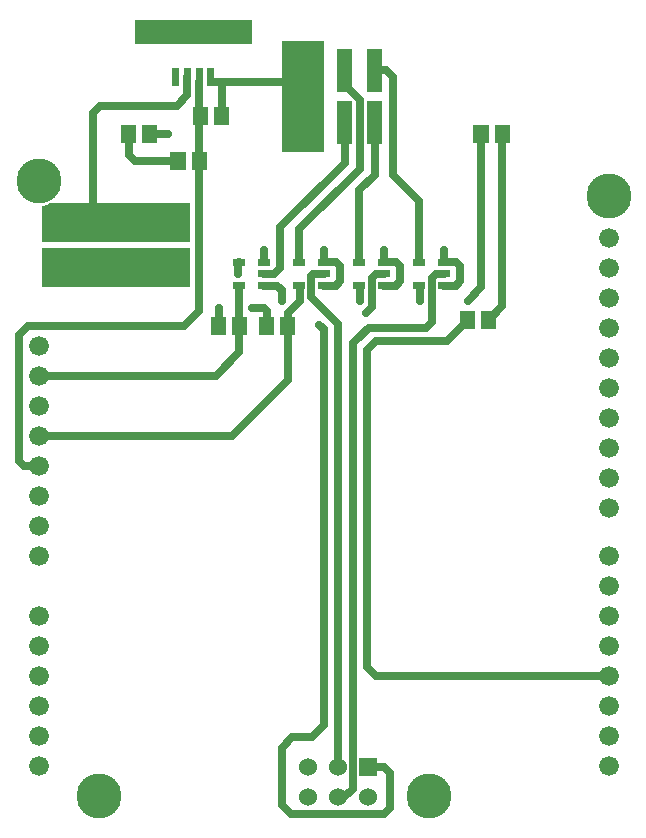
<source format=gbr>
G04 start of page 2 for group 0 idx 0 *
G04 Title: (unknown), component *
G04 Creator: pcb 4.0.2 *
G04 CreationDate: Thu Oct 28 20:11:09 2021 UTC *
G04 For: ndholmes *
G04 Format: Gerber/RS-274X *
G04 PCB-Dimensions (mil): 2100.00 2700.00 *
G04 PCB-Coordinate-Origin: lower left *
%MOIN*%
%FSLAX25Y25*%
%LNTOP*%
%ADD19C,0.1285*%
%ADD18C,0.0380*%
%ADD17C,0.0120*%
%ADD16C,0.0240*%
%ADD15C,0.0600*%
%ADD14C,0.1500*%
%ADD13C,0.0660*%
%ADD12C,0.0250*%
%ADD11C,0.0001*%
G54D11*G36*
X91000Y261500D02*X105000D01*
Y224500D01*
X91000D01*
Y261500D01*
G37*
G36*
X42000Y268500D02*X81000D01*
Y260500D01*
X42000D01*
Y268500D01*
G37*
G36*
X14029Y207500D02*X60500D01*
Y194500D01*
X11000D01*
Y206552D01*
X11334Y206579D01*
X12635Y206891D01*
X13871Y207403D01*
X14029Y207500D01*
G37*
G36*
X11000Y192500D02*X60500D01*
Y179500D01*
X11000D01*
Y192500D01*
G37*
G54D12*X76800Y157800D02*X69000Y150000D01*
X10000D01*
Y130000D02*X74500D01*
X10000Y120000D02*X5000D01*
X3500Y121500D01*
Y163500D01*
X6500Y166500D01*
X58500D01*
X63500Y171500D01*
X63543Y171543D02*X60500Y168500D01*
X109803Y19449D02*Y160697D01*
X114750Y12250D02*Y160750D01*
X119500Y157500D02*Y145500D01*
Y154500D02*Y158500D01*
X122500Y161500D01*
X119500Y53000D02*Y152500D01*
X105000Y41500D02*Y52500D01*
Y46500D02*Y156500D01*
X100750Y176250D02*X107000Y170000D01*
X109803Y167197D02*X106000Y171000D01*
X105000Y154500D02*Y165500D01*
X103500Y167000D01*
X114750Y160750D02*X120000Y166000D01*
X118750Y164750D01*
X109803Y158000D02*Y167197D01*
X121000Y173000D02*X119000Y171000D01*
X200000Y50000D02*X122500D01*
Y161500D02*X146000D01*
X152500Y168000D01*
X157500Y179500D02*X153000Y175000D01*
X164586Y173043D02*X160043Y168500D01*
X109803Y9449D02*X111949D01*
X109000Y4000D02*X125000D01*
X127000Y6000D01*
Y17500D01*
X125000Y19500D01*
X119854D01*
X111949Y9449D02*X114750Y12250D01*
X109500Y4000D02*X94000D01*
X91000Y7000D01*
Y26000D01*
X94500Y29500D01*
X101000D01*
X104500Y33000D01*
X105000Y33500D02*X101000Y29500D01*
X105000Y43500D02*Y33500D01*
X119854Y19500D02*X119803Y19449D01*
X122500Y50000D02*X119500Y53000D01*
X76800Y180000D02*Y157800D01*
X69957Y166500D02*Y172457D01*
X70000Y172500D01*
X74500Y130000D02*X93000Y148500D01*
Y171000D01*
X97000Y175000D01*
X86000Y171500D02*Y166543D01*
X85957Y166500D01*
X81043Y172543D02*X84957D01*
X86000Y171500D01*
X85000Y180000D02*X89500D01*
X90250Y179250D01*
X112000Y221000D02*Y234500D01*
X117000Y219000D02*Y242000D01*
X112000Y247000D01*
X122000Y217000D02*Y234260D01*
Y251740D02*X125760D01*
X128000Y249500D01*
Y217000D01*
X133500Y211500D01*
X90500Y199500D02*X112000Y221000D01*
X96800Y198800D02*X117000Y219000D01*
X116800Y187800D02*Y211800D01*
X122000Y217000D01*
X105000Y187800D02*X109200D01*
X110500Y186500D01*
X76500Y184000D02*Y187500D01*
X76800Y187800D01*
X63543Y221500D02*Y171543D01*
X125000Y192000D02*Y188000D01*
Y187800D02*X129200D01*
X130500Y186500D01*
X136800Y187800D02*Y208200D01*
X137000Y175000D02*Y179800D01*
X136800Y180000D01*
X141000Y182500D02*Y168000D01*
X139000Y166000D01*
X136800Y208200D02*X130750Y214250D01*
X145000Y192000D02*Y188000D01*
Y183900D02*X142400D01*
X141000Y182500D01*
X145000Y187800D02*X149200D01*
X157500Y230500D02*Y179500D01*
X164586Y230500D02*Y173043D01*
X149200Y187800D02*X150500Y186500D01*
Y181500D01*
X149000Y180000D01*
X145000D01*
X130500Y186500D02*Y181500D01*
X129000Y180000D01*
X125000D01*
Y183900D02*X122400D01*
X121000Y182500D01*
X139000Y166000D02*X120000D01*
X121000Y182500D02*Y173000D01*
X105000Y192000D02*Y188000D01*
X90500Y186000D02*Y199500D01*
X96800Y187800D02*Y198800D01*
X105000Y183900D02*X101400D01*
X100750Y183250D01*
X85000Y192000D02*Y188000D01*
Y184000D02*X88500D01*
X90500Y186000D01*
X117000Y175000D02*Y179800D01*
X116800Y180000D01*
X110500Y186500D02*Y181500D01*
X109000Y180000D01*
X105000D01*
X97000Y175000D02*Y179800D01*
X96800Y180000D01*
X89500D02*X91000Y178500D01*
Y175000D01*
X100750Y183250D02*Y176250D01*
X67406Y248000D02*X93000D01*
X71043Y236500D02*Y247957D01*
X71000Y248000D01*
X63469D02*Y236989D01*
X59531Y249500D02*Y243531D01*
X56000Y240000D01*
X47043Y230500D02*X53000D01*
X56500Y221500D02*X42000D01*
X40000Y223500D01*
Y230457D01*
X39957Y230500D01*
X56000Y240000D02*X30500D01*
X28000Y237500D01*
Y202400D01*
X63469Y236969D02*Y221617D01*
X63543Y221543D01*
G54D13*X200000Y20000D03*
Y30000D03*
Y40000D03*
Y50000D03*
Y60000D03*
Y70000D03*
G54D14*X140000Y10000D03*
G54D15*X119803Y9449D03*
X109803D03*
X99803D03*
G54D11*G36*
X116803Y22449D02*Y16449D01*
X122803D01*
Y22449D01*
X116803D01*
G37*
G54D15*X109803Y19449D03*
X99803D03*
G54D13*X10000Y130000D03*
Y120000D03*
Y110000D03*
Y100000D03*
Y160000D03*
Y150000D03*
Y140000D03*
G54D14*Y215000D03*
G54D13*Y90000D03*
Y70000D03*
Y60000D03*
Y50000D03*
Y40000D03*
Y30000D03*
Y20000D03*
G54D14*X30000Y10000D03*
G54D13*X200000Y80000D03*
Y90000D03*
Y106000D03*
Y116000D03*
Y126000D03*
Y136000D03*
Y146000D03*
Y156000D03*
Y166000D03*
Y176000D03*
Y186000D03*
Y196000D03*
G54D14*Y210000D03*
G54D11*G36*
X95602Y169452D02*X90484D01*
Y163548D01*
X95602D01*
Y169452D01*
G37*
G36*
X88516D02*X83398D01*
Y163548D01*
X88516D01*
Y169452D01*
G37*
G36*
X79602D02*X74484D01*
Y163548D01*
X79602D01*
Y169452D01*
G37*
G36*
X72516D02*X67398D01*
Y163548D01*
X72516D01*
Y169452D01*
G37*
G36*
X155516Y171452D02*X150398D01*
Y165548D01*
X155516D01*
Y171452D01*
G37*
G36*
X162602D02*X157484D01*
Y165548D01*
X162602D01*
Y171452D01*
G37*
G36*
X114800Y189000D02*Y186600D01*
X118800D01*
Y189000D01*
X114800D01*
G37*
G36*
X134800D02*Y186600D01*
X138800D01*
Y189000D01*
X134800D01*
G37*
G36*
X143000D02*Y186600D01*
X147000D01*
Y189000D01*
X143000D01*
G37*
G36*
X114800Y181200D02*Y178800D01*
X118800D01*
Y181200D01*
X114800D01*
G37*
G36*
X134800D02*Y178800D01*
X138800D01*
Y181200D01*
X134800D01*
G37*
G36*
X143000D02*Y178800D01*
X147000D01*
Y181200D01*
X143000D01*
G37*
G36*
Y185100D02*Y182700D01*
X147000D01*
Y185100D01*
X143000D01*
G37*
G36*
X123000Y181200D02*Y178800D01*
X127000D01*
Y181200D01*
X123000D01*
G37*
G36*
Y185100D02*Y182700D01*
X127000D01*
Y185100D01*
X123000D01*
G37*
G36*
Y189000D02*Y186600D01*
X127000D01*
Y189000D01*
X123000D01*
G37*
G36*
X42516Y233452D02*X37398D01*
Y227548D01*
X42516D01*
Y233452D01*
G37*
G36*
X167145D02*X162027D01*
Y227548D01*
X167145D01*
Y233452D01*
G37*
G36*
X160059D02*X154941D01*
Y227548D01*
X160059D01*
Y233452D01*
G37*
G36*
X124500Y258984D02*X119500D01*
Y244496D01*
X124500D01*
Y258984D01*
G37*
G36*
X114500D02*X109500D01*
Y244496D01*
X114500D01*
Y258984D01*
G37*
G36*
X104500D02*X99500D01*
Y244496D01*
X104500D01*
Y258984D01*
G37*
G36*
Y241504D02*X99500D01*
Y227016D01*
X104500D01*
Y241504D01*
G37*
G36*
X114500D02*X109500D01*
Y227016D01*
X114500D01*
Y241504D01*
G37*
G36*
X124500D02*X119500D01*
Y227016D01*
X124500D01*
Y241504D01*
G37*
G36*
X73602Y239452D02*X68484D01*
Y233548D01*
X73602D01*
Y239452D01*
G37*
G36*
X66516D02*X61398D01*
Y233548D01*
X66516D01*
Y239452D01*
G37*
G36*
X68587Y252551D02*X66225D01*
Y246449D01*
X68587D01*
Y252551D01*
G37*
G36*
X64650D02*X62288D01*
Y246449D01*
X64650D01*
Y252551D01*
G37*
G36*
X60712D02*X58350D01*
Y246449D01*
X60712D01*
Y252551D01*
G37*
G36*
X56775D02*X54413D01*
Y246449D01*
X56775D01*
Y252551D01*
G37*
G36*
X74886Y268299D02*X70162D01*
Y261213D01*
X74886D01*
Y268299D01*
G37*
G36*
X52838D02*X48114D01*
Y261213D01*
X52838D01*
Y268299D01*
G37*
G36*
X49602Y233452D02*X44484D01*
Y227548D01*
X49602D01*
Y233452D01*
G37*
G36*
X59016Y224452D02*X53898D01*
Y218548D01*
X59016D01*
Y224452D01*
G37*
G36*
X66102D02*X60984D01*
Y218548D01*
X66102D01*
Y224452D01*
G37*
G36*
X50300Y205150D02*Y199650D01*
X58600D01*
Y205150D01*
X50300D01*
G37*
G36*
X94800Y189000D02*Y186600D01*
X98800D01*
Y189000D01*
X94800D01*
G37*
G36*
X103000D02*Y186600D01*
X107000D01*
Y189000D01*
X103000D01*
G37*
G36*
X74800D02*Y186600D01*
X78800D01*
Y189000D01*
X74800D01*
G37*
G36*
X83000D02*Y186600D01*
X87000D01*
Y189000D01*
X83000D01*
G37*
G36*
X94800Y181200D02*Y178800D01*
X98800D01*
Y181200D01*
X94800D01*
G37*
G36*
X103000D02*Y178800D01*
X107000D01*
Y181200D01*
X103000D01*
G37*
G36*
Y185100D02*Y182700D01*
X107000D01*
Y185100D01*
X103000D01*
G37*
G36*
X83000Y181200D02*Y178800D01*
X87000D01*
Y181200D01*
X83000D01*
G37*
G36*
Y185100D02*Y182700D01*
X87000D01*
Y185100D01*
X83000D01*
G37*
G36*
X74800Y181200D02*Y178800D01*
X78800D01*
Y181200D01*
X74800D01*
G37*
G36*
X50300Y187350D02*Y181850D01*
X58600D01*
Y187350D01*
X50300D01*
G37*
G36*
X14400D02*Y181850D01*
X22700D01*
Y187350D01*
X14400D01*
G37*
G36*
Y205150D02*Y199650D01*
X22700D01*
Y205150D01*
X14400D01*
G37*
G54D16*X94000Y258500D03*
Y253000D03*
Y227500D03*
Y233000D03*
X53000Y230500D03*
X105000Y192000D03*
X125000D03*
X145000D03*
X85000D03*
X70000Y172500D03*
X81043Y172543D03*
X76500Y184000D03*
X27000Y184500D03*
X46000D03*
X97000Y175000D03*
X91000D03*
X103500Y167000D03*
X117000Y175000D03*
X119000Y171000D03*
X122500Y161500D03*
X137000Y175000D03*
X153000D03*
G54D17*G54D18*G54D19*G54D18*G54D19*G54D18*G54D19*G54D18*G54D19*M02*

</source>
